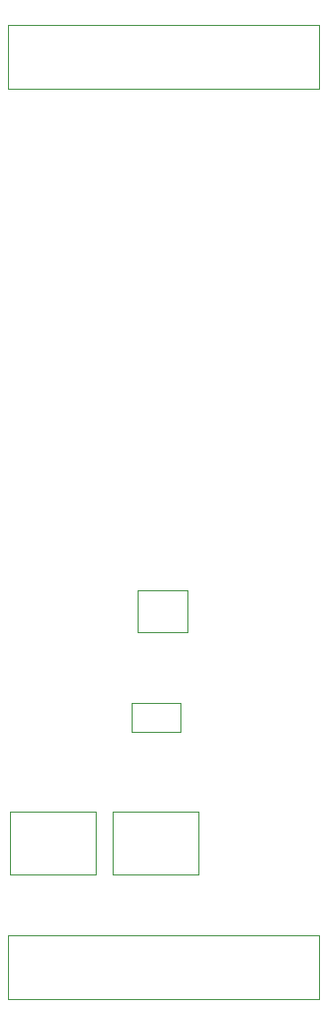
<source format=gbr>
%TF.GenerationSoftware,Altium Limited,Altium Designer,23.4.1 (23)*%
G04 Layer_Color=32768*
%FSLAX45Y45*%
%MOMM*%
%TF.SameCoordinates,B91EE142-B30E-402A-A340-A1283DCE037E*%
%TF.FilePolarity,Positive*%
%TF.FileFunction,Other,Mechanical_15*%
%TF.Part,Single*%
G01*
G75*
%TA.AperFunction,NonConductor*%
%ADD33C,0.05000*%
D33*
X345700Y1419100D02*
X1076700D01*
X345700Y1959100D02*
X1076700D01*
Y1419100D02*
Y1959100D01*
X345700Y1419100D02*
Y1959100D01*
X330500Y8092350D02*
X2971500D01*
X330500D02*
Y8637650D01*
X2971500D01*
Y8092350D02*
Y8637650D01*
X330500Y362350D02*
X2971500D01*
X330500D02*
Y907650D01*
X2971500D01*
Y362350D02*
Y907650D01*
X1426800Y3837600D02*
X1849800D01*
X1426800Y3477600D02*
X1849800D01*
X1426800D02*
Y3837600D01*
X1849800Y3477600D02*
Y3837600D01*
X1377000Y2630900D02*
X1798000D01*
X1377000Y2880900D02*
X1798000D01*
Y2630900D02*
Y2880900D01*
X1377000Y2630900D02*
Y2880900D01*
X1217800Y1419100D02*
X1948800D01*
X1217800Y1959100D02*
X1948800D01*
Y1419100D02*
Y1959100D01*
X1217800Y1419100D02*
Y1959100D01*
%TF.MD5,5a23e14ad21aa2306ca84fae990d93e3*%
M02*

</source>
